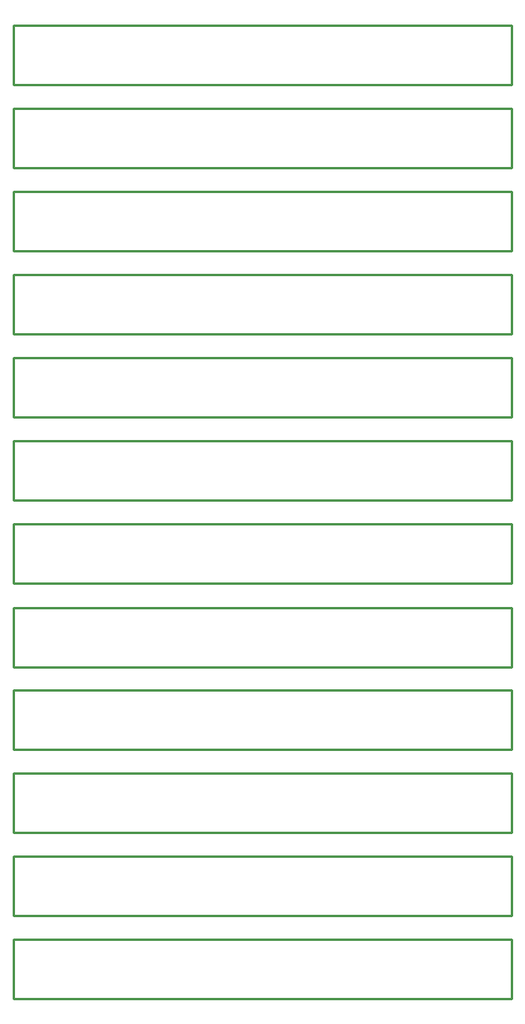
<source format=gbr>
G04 start of page 4 for group 2 idx 2 *
G04 Title: (unknown), outline *
G04 Creator: pcb 20110918 *
G04 CreationDate: Mon 02 Feb 2015 04:29:52 AM GMT UTC *
G04 For: railfan *
G04 Format: Gerber/RS-274X *
G04 PCB-Dimensions: 211000 411000 *
G04 PCB-Coordinate-Origin: lower left *
%MOIN*%
%FSLAX25Y25*%
%LNOUTLINE*%
%ADD41C,0.0100*%
G54D41*X500Y315500D02*Y340500D01*
Y280500D02*Y305500D01*
Y245500D02*Y270500D01*
X210500Y315500D02*X500D01*
Y305500D02*X210500D01*
Y340500D02*Y315500D01*
Y235500D02*Y210500D01*
Y280500D02*X500D01*
X210500Y305500D02*Y280500D01*
Y245500D02*X500D01*
X210500Y270500D02*Y245500D01*
X500Y270500D02*X210500D01*
X500Y235500D02*X210500D01*
Y385500D02*X500D01*
X210500Y410500D02*Y385500D01*
Y350500D02*X500D01*
X210500Y375500D02*Y350500D01*
X500Y375500D02*X210500D01*
X500Y385500D02*Y410500D01*
X210500D01*
X500Y350500D02*Y375500D01*
Y340500D02*X210500D01*
X500Y210500D02*Y235500D01*
Y175500D02*Y200500D01*
Y140000D02*Y165000D01*
X210500Y210500D02*X500D01*
X210500Y200500D02*Y175500D01*
X500Y200500D02*X210500D01*
Y175500D02*X500D01*
X210500Y140000D02*X500D01*
X210500Y165000D02*Y140000D01*
X500Y165000D02*X210500D01*
X500Y130500D02*X210500D01*
X500Y105500D02*Y130500D01*
Y70500D02*Y95500D01*
Y35500D02*Y60500D01*
X210500Y105500D02*X500D01*
Y95500D02*X210500D01*
Y130500D02*Y105500D01*
Y70500D02*X500D01*
X210500Y95500D02*Y70500D01*
Y35500D02*X500D01*
X210500Y60500D02*Y35500D01*
X500Y60500D02*X210500D01*
X500Y500D02*Y25500D01*
X210500Y500D02*X500D01*
X210500Y25500D02*Y500D01*
X500Y25500D02*X210500D01*
M02*

</source>
